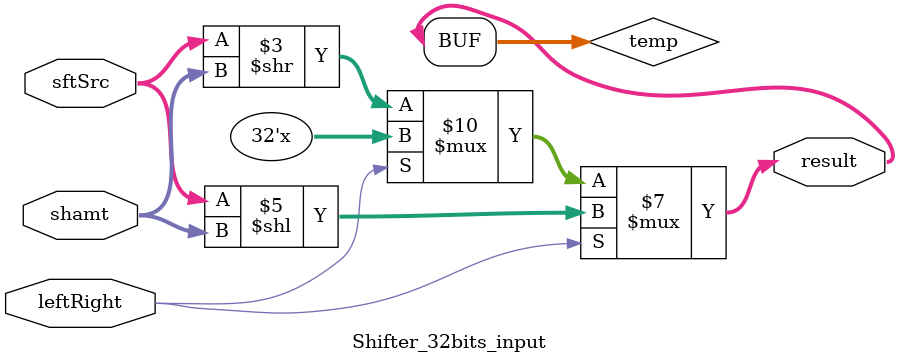
<source format=v>
module Shifter_32bits_input( result, leftRight, shamt, sftSrc  );
    
  output wire[31:0] result;

  input wire leftRight;
  input wire[31:0] shamt;
  input wire[31:0] sftSrc ;

	reg [31:0]temp;

//assign result = ((leftRight == 1'b0) ) ? sftSrc>>shamt : sftSrc<<shamt;	

always @(*) begin
	if(leftRight==1'b0)begin
	temp = sftSrc>>shamt;	
	end

	if(leftRight==1'b1)begin
	temp = sftSrc<<shamt;	
	end

end

assign result = temp;
  /*your code here*/ 
	
endmodule
</source>
